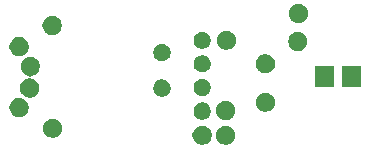
<source format=gbs>
G04 #@! TF.GenerationSoftware,KiCad,Pcbnew,(5.1.4)-1*
G04 #@! TF.CreationDate,2020-12-28T11:58:51+03:00*
G04 #@! TF.ProjectId,main_block,6d61696e-5f62-46c6-9f63-6b2e6b696361,rev?*
G04 #@! TF.SameCoordinates,Original*
G04 #@! TF.FileFunction,Soldermask,Bot*
G04 #@! TF.FilePolarity,Negative*
%FSLAX46Y46*%
G04 Gerber Fmt 4.6, Leading zero omitted, Abs format (unit mm)*
G04 Created by KiCad (PCBNEW (5.1.4)-1) date 2020-12-28 11:58:51*
%MOMM*%
%LPD*%
G04 APERTURE LIST*
%ADD10C,0.100000*%
G04 APERTURE END LIST*
D10*
G36*
X57637142Y-30818242D02*
G01*
X57785101Y-30879529D01*
X57918255Y-30968499D01*
X58031501Y-31081745D01*
X58120471Y-31214899D01*
X58181758Y-31362858D01*
X58213000Y-31519925D01*
X58213000Y-31680075D01*
X58181758Y-31837142D01*
X58120471Y-31985101D01*
X58031501Y-32118255D01*
X57918255Y-32231501D01*
X57785101Y-32320471D01*
X57637142Y-32381758D01*
X57480075Y-32413000D01*
X57319925Y-32413000D01*
X57162858Y-32381758D01*
X57014899Y-32320471D01*
X56881745Y-32231501D01*
X56768499Y-32118255D01*
X56679529Y-31985101D01*
X56618242Y-31837142D01*
X56587000Y-31680075D01*
X56587000Y-31519925D01*
X56618242Y-31362858D01*
X56679529Y-31214899D01*
X56768499Y-31081745D01*
X56881745Y-30968499D01*
X57014899Y-30879529D01*
X57162858Y-30818242D01*
X57319925Y-30787000D01*
X57480075Y-30787000D01*
X57637142Y-30818242D01*
X57637142Y-30818242D01*
G37*
G36*
X55637142Y-30818242D02*
G01*
X55785101Y-30879529D01*
X55918255Y-30968499D01*
X56031501Y-31081745D01*
X56120471Y-31214899D01*
X56181758Y-31362858D01*
X56213000Y-31519925D01*
X56213000Y-31680075D01*
X56181758Y-31837142D01*
X56120471Y-31985101D01*
X56031501Y-32118255D01*
X55918255Y-32231501D01*
X55785101Y-32320471D01*
X55637142Y-32381758D01*
X55480075Y-32413000D01*
X55319925Y-32413000D01*
X55162858Y-32381758D01*
X55014899Y-32320471D01*
X54881745Y-32231501D01*
X54768499Y-32118255D01*
X54679529Y-31985101D01*
X54618242Y-31837142D01*
X54587000Y-31680075D01*
X54587000Y-31519925D01*
X54618242Y-31362858D01*
X54679529Y-31214899D01*
X54768499Y-31081745D01*
X54881745Y-30968499D01*
X55014899Y-30879529D01*
X55162858Y-30818242D01*
X55319925Y-30787000D01*
X55480075Y-30787000D01*
X55637142Y-30818242D01*
X55637142Y-30818242D01*
G37*
G36*
X42987142Y-30218242D02*
G01*
X43135101Y-30279529D01*
X43268255Y-30368499D01*
X43381501Y-30481745D01*
X43470471Y-30614899D01*
X43531758Y-30762858D01*
X43563000Y-30919925D01*
X43563000Y-31080075D01*
X43531758Y-31237142D01*
X43470471Y-31385101D01*
X43381501Y-31518255D01*
X43268255Y-31631501D01*
X43135101Y-31720471D01*
X42987142Y-31781758D01*
X42830075Y-31813000D01*
X42669925Y-31813000D01*
X42512858Y-31781758D01*
X42364899Y-31720471D01*
X42231745Y-31631501D01*
X42118499Y-31518255D01*
X42029529Y-31385101D01*
X41968242Y-31237142D01*
X41937000Y-31080075D01*
X41937000Y-30919925D01*
X41968242Y-30762858D01*
X42029529Y-30614899D01*
X42118499Y-30481745D01*
X42231745Y-30368499D01*
X42364899Y-30279529D01*
X42512858Y-30218242D01*
X42669925Y-30187000D01*
X42830075Y-30187000D01*
X42987142Y-30218242D01*
X42987142Y-30218242D01*
G37*
G36*
X57637142Y-28718242D02*
G01*
X57785101Y-28779529D01*
X57918255Y-28868499D01*
X58031501Y-28981745D01*
X58120471Y-29114899D01*
X58181758Y-29262858D01*
X58213000Y-29419925D01*
X58213000Y-29580075D01*
X58181758Y-29737142D01*
X58120471Y-29885101D01*
X58031501Y-30018255D01*
X57918255Y-30131501D01*
X57785101Y-30220471D01*
X57637142Y-30281758D01*
X57480075Y-30313000D01*
X57319925Y-30313000D01*
X57162858Y-30281758D01*
X57014899Y-30220471D01*
X56881745Y-30131501D01*
X56768499Y-30018255D01*
X56679529Y-29885101D01*
X56618242Y-29737142D01*
X56587000Y-29580075D01*
X56587000Y-29419925D01*
X56618242Y-29262858D01*
X56679529Y-29114899D01*
X56768499Y-28981745D01*
X56881745Y-28868499D01*
X57014899Y-28779529D01*
X57162858Y-28718242D01*
X57319925Y-28687000D01*
X57480075Y-28687000D01*
X57637142Y-28718242D01*
X57637142Y-28718242D01*
G37*
G36*
X55611766Y-28851899D02*
G01*
X55743888Y-28906626D01*
X55743890Y-28906627D01*
X55862798Y-28986079D01*
X55963921Y-29087202D01*
X56029335Y-29185101D01*
X56043374Y-29206112D01*
X56098101Y-29338234D01*
X56126000Y-29478494D01*
X56126000Y-29621506D01*
X56098101Y-29761766D01*
X56043374Y-29893888D01*
X56043373Y-29893890D01*
X55963921Y-30012798D01*
X55862798Y-30113921D01*
X55743890Y-30193373D01*
X55743889Y-30193374D01*
X55743888Y-30193374D01*
X55611766Y-30248101D01*
X55471506Y-30276000D01*
X55328494Y-30276000D01*
X55188234Y-30248101D01*
X55056112Y-30193374D01*
X55056111Y-30193374D01*
X55056110Y-30193373D01*
X54937202Y-30113921D01*
X54836079Y-30012798D01*
X54756627Y-29893890D01*
X54756626Y-29893888D01*
X54701899Y-29761766D01*
X54674000Y-29621506D01*
X54674000Y-29478494D01*
X54701899Y-29338234D01*
X54756626Y-29206112D01*
X54770665Y-29185101D01*
X54836079Y-29087202D01*
X54937202Y-28986079D01*
X55056110Y-28906627D01*
X55056112Y-28906626D01*
X55188234Y-28851899D01*
X55328494Y-28824000D01*
X55471506Y-28824000D01*
X55611766Y-28851899D01*
X55611766Y-28851899D01*
G37*
G36*
X40137140Y-28468242D02*
G01*
X40137142Y-28468243D01*
X40137143Y-28468243D01*
X40277248Y-28526277D01*
X40289424Y-28529970D01*
X40305473Y-28543141D01*
X40418255Y-28618499D01*
X40531501Y-28731745D01*
X40620471Y-28864899D01*
X40681758Y-29012858D01*
X40713000Y-29169925D01*
X40713000Y-29330075D01*
X40681758Y-29487142D01*
X40620471Y-29635101D01*
X40531501Y-29768255D01*
X40418255Y-29881501D01*
X40285101Y-29970471D01*
X40137142Y-30031758D01*
X39980075Y-30063000D01*
X39819925Y-30063000D01*
X39662858Y-30031758D01*
X39514899Y-29970471D01*
X39381745Y-29881501D01*
X39268499Y-29768255D01*
X39179529Y-29635101D01*
X39118242Y-29487142D01*
X39087000Y-29330075D01*
X39087000Y-29169925D01*
X39118242Y-29012858D01*
X39179529Y-28864899D01*
X39268499Y-28731745D01*
X39381745Y-28618499D01*
X39514899Y-28529529D01*
X39662858Y-28468242D01*
X39819925Y-28437000D01*
X39980075Y-28437000D01*
X40137140Y-28468242D01*
X40137140Y-28468242D01*
G37*
G36*
X60987142Y-28018242D02*
G01*
X61135101Y-28079529D01*
X61268255Y-28168499D01*
X61381501Y-28281745D01*
X61470471Y-28414899D01*
X61531758Y-28562858D01*
X61563000Y-28719925D01*
X61563000Y-28880075D01*
X61531758Y-29037142D01*
X61470471Y-29185101D01*
X61381501Y-29318255D01*
X61268255Y-29431501D01*
X61135101Y-29520471D01*
X60987142Y-29581758D01*
X60830075Y-29613000D01*
X60669925Y-29613000D01*
X60512858Y-29581758D01*
X60364899Y-29520471D01*
X60231745Y-29431501D01*
X60118499Y-29318255D01*
X60029529Y-29185101D01*
X59968242Y-29037142D01*
X59937000Y-28880075D01*
X59937000Y-28719925D01*
X59968242Y-28562858D01*
X60029529Y-28414899D01*
X60118499Y-28281745D01*
X60231745Y-28168499D01*
X60364899Y-28079529D01*
X60512858Y-28018242D01*
X60669925Y-27987000D01*
X60830075Y-27987000D01*
X60987142Y-28018242D01*
X60987142Y-28018242D01*
G37*
G36*
X41087142Y-24968242D02*
G01*
X41235101Y-25029529D01*
X41368255Y-25118499D01*
X41481501Y-25231745D01*
X41570471Y-25364899D01*
X41631758Y-25512858D01*
X41663000Y-25669925D01*
X41663000Y-25830075D01*
X41631758Y-25987142D01*
X41570471Y-26135101D01*
X41481501Y-26268255D01*
X41368255Y-26381501D01*
X41235101Y-26470471D01*
X41087142Y-26531758D01*
X40958351Y-26557376D01*
X40934902Y-26564489D01*
X40913291Y-26576040D01*
X40894349Y-26591585D01*
X40878804Y-26610527D01*
X40867253Y-26632138D01*
X40860140Y-26655587D01*
X40857738Y-26679973D01*
X40860140Y-26704359D01*
X40867253Y-26727808D01*
X40878804Y-26749419D01*
X40894349Y-26768361D01*
X40913291Y-26783906D01*
X40934902Y-26795457D01*
X40958352Y-26802570D01*
X41037142Y-26818242D01*
X41185101Y-26879529D01*
X41318255Y-26968499D01*
X41431501Y-27081745D01*
X41520471Y-27214899D01*
X41581758Y-27362858D01*
X41613000Y-27519925D01*
X41613000Y-27680075D01*
X41581758Y-27837142D01*
X41520471Y-27985101D01*
X41431501Y-28118255D01*
X41318255Y-28231501D01*
X41185101Y-28320471D01*
X41037142Y-28381758D01*
X40880075Y-28413000D01*
X40719925Y-28413000D01*
X40562860Y-28381758D01*
X40562858Y-28381757D01*
X40562857Y-28381757D01*
X40422752Y-28323723D01*
X40410576Y-28320030D01*
X40394527Y-28306859D01*
X40281745Y-28231501D01*
X40168499Y-28118255D01*
X40079529Y-27985101D01*
X40018242Y-27837142D01*
X39987000Y-27680075D01*
X39987000Y-27519925D01*
X40018242Y-27362858D01*
X40079529Y-27214899D01*
X40168499Y-27081745D01*
X40281745Y-26968499D01*
X40414899Y-26879529D01*
X40562858Y-26818242D01*
X40691649Y-26792624D01*
X40715098Y-26785511D01*
X40736709Y-26773960D01*
X40755651Y-26758415D01*
X40771196Y-26739473D01*
X40782747Y-26717862D01*
X40789860Y-26694413D01*
X40792262Y-26670027D01*
X40789860Y-26645641D01*
X40782747Y-26622192D01*
X40771196Y-26600581D01*
X40755651Y-26581639D01*
X40736709Y-26566094D01*
X40715098Y-26554543D01*
X40691648Y-26547430D01*
X40612858Y-26531758D01*
X40464899Y-26470471D01*
X40331745Y-26381501D01*
X40218499Y-26268255D01*
X40129529Y-26135101D01*
X40068242Y-25987142D01*
X40037000Y-25830075D01*
X40037000Y-25669925D01*
X40068242Y-25512858D01*
X40129529Y-25364899D01*
X40218499Y-25231745D01*
X40331745Y-25118499D01*
X40464899Y-25029529D01*
X40612858Y-24968242D01*
X40769925Y-24937000D01*
X40930075Y-24937000D01*
X41087142Y-24968242D01*
X41087142Y-24968242D01*
G37*
G36*
X52211766Y-26901899D02*
G01*
X52343888Y-26956626D01*
X52343890Y-26956627D01*
X52462798Y-27036079D01*
X52563921Y-27137202D01*
X52615837Y-27214900D01*
X52643374Y-27256112D01*
X52698101Y-27388234D01*
X52726000Y-27528494D01*
X52726000Y-27671506D01*
X52698101Y-27811766D01*
X52643374Y-27943888D01*
X52643373Y-27943890D01*
X52563921Y-28062798D01*
X52462798Y-28163921D01*
X52343890Y-28243373D01*
X52343889Y-28243374D01*
X52343888Y-28243374D01*
X52211766Y-28298101D01*
X52071506Y-28326000D01*
X51928494Y-28326000D01*
X51788234Y-28298101D01*
X51656112Y-28243374D01*
X51656111Y-28243374D01*
X51656110Y-28243373D01*
X51537202Y-28163921D01*
X51436079Y-28062798D01*
X51356627Y-27943890D01*
X51356626Y-27943888D01*
X51301899Y-27811766D01*
X51274000Y-27671506D01*
X51274000Y-27528494D01*
X51301899Y-27388234D01*
X51356626Y-27256112D01*
X51384163Y-27214900D01*
X51436079Y-27137202D01*
X51537202Y-27036079D01*
X51656110Y-26956627D01*
X51656112Y-26956626D01*
X51788234Y-26901899D01*
X51928494Y-26874000D01*
X52071506Y-26874000D01*
X52211766Y-26901899D01*
X52211766Y-26901899D01*
G37*
G36*
X55611766Y-26851899D02*
G01*
X55732478Y-26901900D01*
X55743890Y-26906627D01*
X55862798Y-26986079D01*
X55963921Y-27087202D01*
X55963922Y-27087204D01*
X56043374Y-27206112D01*
X56098101Y-27338234D01*
X56126000Y-27478494D01*
X56126000Y-27621506D01*
X56098101Y-27761766D01*
X56043374Y-27893888D01*
X56043373Y-27893890D01*
X55963921Y-28012798D01*
X55862798Y-28113921D01*
X55743890Y-28193373D01*
X55743889Y-28193374D01*
X55743888Y-28193374D01*
X55611766Y-28248101D01*
X55471506Y-28276000D01*
X55328494Y-28276000D01*
X55188234Y-28248101D01*
X55056112Y-28193374D01*
X55056111Y-28193374D01*
X55056110Y-28193373D01*
X54937202Y-28113921D01*
X54836079Y-28012798D01*
X54756627Y-27893890D01*
X54756626Y-27893888D01*
X54701899Y-27761766D01*
X54674000Y-27621506D01*
X54674000Y-27478494D01*
X54701899Y-27338234D01*
X54756626Y-27206112D01*
X54836078Y-27087204D01*
X54836079Y-27087202D01*
X54937202Y-26986079D01*
X55056110Y-26906627D01*
X55067522Y-26901900D01*
X55188234Y-26851899D01*
X55328494Y-26824000D01*
X55471506Y-26824000D01*
X55611766Y-26851899D01*
X55611766Y-26851899D01*
G37*
G36*
X68861000Y-27491000D02*
G01*
X67239000Y-27491000D01*
X67239000Y-25729000D01*
X68861000Y-25729000D01*
X68861000Y-27491000D01*
X68861000Y-27491000D01*
G37*
G36*
X66571000Y-27491000D02*
G01*
X64949000Y-27491000D01*
X64949000Y-25729000D01*
X66571000Y-25729000D01*
X66571000Y-27491000D01*
X66571000Y-27491000D01*
G37*
G36*
X60987142Y-24768242D02*
G01*
X61135101Y-24829529D01*
X61268255Y-24918499D01*
X61381501Y-25031745D01*
X61470471Y-25164899D01*
X61531758Y-25312858D01*
X61563000Y-25469925D01*
X61563000Y-25630075D01*
X61531758Y-25787142D01*
X61470471Y-25935101D01*
X61381501Y-26068255D01*
X61268255Y-26181501D01*
X61135101Y-26270471D01*
X60987142Y-26331758D01*
X60830075Y-26363000D01*
X60669925Y-26363000D01*
X60512858Y-26331758D01*
X60364899Y-26270471D01*
X60231745Y-26181501D01*
X60118499Y-26068255D01*
X60029529Y-25935101D01*
X59968242Y-25787142D01*
X59937000Y-25630075D01*
X59937000Y-25469925D01*
X59968242Y-25312858D01*
X60029529Y-25164899D01*
X60118499Y-25031745D01*
X60231745Y-24918499D01*
X60364899Y-24829529D01*
X60512858Y-24768242D01*
X60669925Y-24737000D01*
X60830075Y-24737000D01*
X60987142Y-24768242D01*
X60987142Y-24768242D01*
G37*
G36*
X55611766Y-24851899D02*
G01*
X55743888Y-24906626D01*
X55743890Y-24906627D01*
X55862798Y-24986079D01*
X55963921Y-25087202D01*
X56015837Y-25164900D01*
X56043374Y-25206112D01*
X56098101Y-25338234D01*
X56126000Y-25478494D01*
X56126000Y-25621506D01*
X56098101Y-25761766D01*
X56069806Y-25830075D01*
X56043373Y-25893890D01*
X55963921Y-26012798D01*
X55862798Y-26113921D01*
X55743890Y-26193373D01*
X55743889Y-26193374D01*
X55743888Y-26193374D01*
X55611766Y-26248101D01*
X55471506Y-26276000D01*
X55328494Y-26276000D01*
X55188234Y-26248101D01*
X55056112Y-26193374D01*
X55056111Y-26193374D01*
X55056110Y-26193373D01*
X54937202Y-26113921D01*
X54836079Y-26012798D01*
X54756627Y-25893890D01*
X54730194Y-25830075D01*
X54701899Y-25761766D01*
X54674000Y-25621506D01*
X54674000Y-25478494D01*
X54701899Y-25338234D01*
X54756626Y-25206112D01*
X54784163Y-25164900D01*
X54836079Y-25087202D01*
X54937202Y-24986079D01*
X55056110Y-24906627D01*
X55056112Y-24906626D01*
X55188234Y-24851899D01*
X55328494Y-24824000D01*
X55471506Y-24824000D01*
X55611766Y-24851899D01*
X55611766Y-24851899D01*
G37*
G36*
X52211766Y-23901899D02*
G01*
X52343888Y-23956626D01*
X52343890Y-23956627D01*
X52462798Y-24036079D01*
X52563921Y-24137202D01*
X52643373Y-24256110D01*
X52643374Y-24256112D01*
X52698101Y-24388234D01*
X52726000Y-24528494D01*
X52726000Y-24671506D01*
X52698101Y-24811766D01*
X52646227Y-24937000D01*
X52643373Y-24943890D01*
X52563921Y-25062798D01*
X52462798Y-25163921D01*
X52343890Y-25243373D01*
X52343889Y-25243374D01*
X52343888Y-25243374D01*
X52211766Y-25298101D01*
X52071506Y-25326000D01*
X51928494Y-25326000D01*
X51788234Y-25298101D01*
X51656112Y-25243374D01*
X51656111Y-25243374D01*
X51656110Y-25243373D01*
X51537202Y-25163921D01*
X51436079Y-25062798D01*
X51356627Y-24943890D01*
X51353773Y-24937000D01*
X51301899Y-24811766D01*
X51274000Y-24671506D01*
X51274000Y-24528494D01*
X51301899Y-24388234D01*
X51356626Y-24256112D01*
X51356627Y-24256110D01*
X51436079Y-24137202D01*
X51537202Y-24036079D01*
X51656110Y-23956627D01*
X51656112Y-23956626D01*
X51788234Y-23901899D01*
X51928494Y-23874000D01*
X52071506Y-23874000D01*
X52211766Y-23901899D01*
X52211766Y-23901899D01*
G37*
G36*
X40137142Y-23318242D02*
G01*
X40285101Y-23379529D01*
X40418255Y-23468499D01*
X40531501Y-23581745D01*
X40620471Y-23714899D01*
X40681758Y-23862858D01*
X40713000Y-24019925D01*
X40713000Y-24180075D01*
X40681758Y-24337142D01*
X40620471Y-24485101D01*
X40531501Y-24618255D01*
X40418255Y-24731501D01*
X40285101Y-24820471D01*
X40137142Y-24881758D01*
X39980075Y-24913000D01*
X39819925Y-24913000D01*
X39662858Y-24881758D01*
X39514899Y-24820471D01*
X39381745Y-24731501D01*
X39268499Y-24618255D01*
X39179529Y-24485101D01*
X39118242Y-24337142D01*
X39087000Y-24180075D01*
X39087000Y-24019925D01*
X39118242Y-23862858D01*
X39179529Y-23714899D01*
X39268499Y-23581745D01*
X39381745Y-23468499D01*
X39514899Y-23379529D01*
X39662858Y-23318242D01*
X39819925Y-23287000D01*
X39980075Y-23287000D01*
X40137142Y-23318242D01*
X40137142Y-23318242D01*
G37*
G36*
X63737142Y-22868242D02*
G01*
X63885101Y-22929529D01*
X64018255Y-23018499D01*
X64131501Y-23131745D01*
X64220471Y-23264899D01*
X64281758Y-23412858D01*
X64313000Y-23569925D01*
X64313000Y-23730075D01*
X64281758Y-23887142D01*
X64220471Y-24035101D01*
X64131501Y-24168255D01*
X64018255Y-24281501D01*
X63885101Y-24370471D01*
X63737142Y-24431758D01*
X63580075Y-24463000D01*
X63419925Y-24463000D01*
X63262858Y-24431758D01*
X63114899Y-24370471D01*
X62981745Y-24281501D01*
X62868499Y-24168255D01*
X62779529Y-24035101D01*
X62718242Y-23887142D01*
X62687000Y-23730075D01*
X62687000Y-23569925D01*
X62718242Y-23412858D01*
X62779529Y-23264899D01*
X62868499Y-23131745D01*
X62981745Y-23018499D01*
X63114899Y-22929529D01*
X63262858Y-22868242D01*
X63419925Y-22837000D01*
X63580075Y-22837000D01*
X63737142Y-22868242D01*
X63737142Y-22868242D01*
G37*
G36*
X57687142Y-22768242D02*
G01*
X57835101Y-22829529D01*
X57968255Y-22918499D01*
X58081501Y-23031745D01*
X58170471Y-23164899D01*
X58231758Y-23312858D01*
X58263000Y-23469925D01*
X58263000Y-23630075D01*
X58231758Y-23787142D01*
X58170471Y-23935101D01*
X58081501Y-24068255D01*
X57968255Y-24181501D01*
X57835101Y-24270471D01*
X57687142Y-24331758D01*
X57530075Y-24363000D01*
X57369925Y-24363000D01*
X57212858Y-24331758D01*
X57064899Y-24270471D01*
X56931745Y-24181501D01*
X56818499Y-24068255D01*
X56729529Y-23935101D01*
X56668242Y-23787142D01*
X56637000Y-23630075D01*
X56637000Y-23469925D01*
X56668242Y-23312858D01*
X56729529Y-23164899D01*
X56818499Y-23031745D01*
X56931745Y-22918499D01*
X57064899Y-22829529D01*
X57212858Y-22768242D01*
X57369925Y-22737000D01*
X57530075Y-22737000D01*
X57687142Y-22768242D01*
X57687142Y-22768242D01*
G37*
G36*
X55611766Y-22851899D02*
G01*
X55743888Y-22906626D01*
X55743890Y-22906627D01*
X55862798Y-22986079D01*
X55963921Y-23087202D01*
X56015837Y-23164900D01*
X56043374Y-23206112D01*
X56098101Y-23338234D01*
X56126000Y-23478494D01*
X56126000Y-23621506D01*
X56098101Y-23761766D01*
X56056227Y-23862858D01*
X56043373Y-23893890D01*
X55963921Y-24012798D01*
X55862798Y-24113921D01*
X55743890Y-24193373D01*
X55743889Y-24193374D01*
X55743888Y-24193374D01*
X55611766Y-24248101D01*
X55471506Y-24276000D01*
X55328494Y-24276000D01*
X55188234Y-24248101D01*
X55056112Y-24193374D01*
X55056111Y-24193374D01*
X55056110Y-24193373D01*
X54937202Y-24113921D01*
X54836079Y-24012798D01*
X54756627Y-23893890D01*
X54743773Y-23862858D01*
X54701899Y-23761766D01*
X54674000Y-23621506D01*
X54674000Y-23478494D01*
X54701899Y-23338234D01*
X54756626Y-23206112D01*
X54784163Y-23164900D01*
X54836079Y-23087202D01*
X54937202Y-22986079D01*
X55056110Y-22906627D01*
X55056112Y-22906626D01*
X55188234Y-22851899D01*
X55328494Y-22824000D01*
X55471506Y-22824000D01*
X55611766Y-22851899D01*
X55611766Y-22851899D01*
G37*
G36*
X42937142Y-21518242D02*
G01*
X43085101Y-21579529D01*
X43218255Y-21668499D01*
X43331501Y-21781745D01*
X43420471Y-21914899D01*
X43481758Y-22062858D01*
X43513000Y-22219925D01*
X43513000Y-22380075D01*
X43481758Y-22537142D01*
X43420471Y-22685101D01*
X43331501Y-22818255D01*
X43218255Y-22931501D01*
X43085101Y-23020471D01*
X42937142Y-23081758D01*
X42780075Y-23113000D01*
X42619925Y-23113000D01*
X42462858Y-23081758D01*
X42314899Y-23020471D01*
X42181745Y-22931501D01*
X42068499Y-22818255D01*
X41979529Y-22685101D01*
X41918242Y-22537142D01*
X41887000Y-22380075D01*
X41887000Y-22219925D01*
X41918242Y-22062858D01*
X41979529Y-21914899D01*
X42068499Y-21781745D01*
X42181745Y-21668499D01*
X42314899Y-21579529D01*
X42462858Y-21518242D01*
X42619925Y-21487000D01*
X42780075Y-21487000D01*
X42937142Y-21518242D01*
X42937142Y-21518242D01*
G37*
G36*
X63787142Y-20518242D02*
G01*
X63935101Y-20579529D01*
X64068255Y-20668499D01*
X64181501Y-20781745D01*
X64270471Y-20914899D01*
X64331758Y-21062858D01*
X64363000Y-21219925D01*
X64363000Y-21380075D01*
X64331758Y-21537142D01*
X64270471Y-21685101D01*
X64181501Y-21818255D01*
X64068255Y-21931501D01*
X63935101Y-22020471D01*
X63787142Y-22081758D01*
X63630075Y-22113000D01*
X63469925Y-22113000D01*
X63312858Y-22081758D01*
X63164899Y-22020471D01*
X63031745Y-21931501D01*
X62918499Y-21818255D01*
X62829529Y-21685101D01*
X62768242Y-21537142D01*
X62737000Y-21380075D01*
X62737000Y-21219925D01*
X62768242Y-21062858D01*
X62829529Y-20914899D01*
X62918499Y-20781745D01*
X63031745Y-20668499D01*
X63164899Y-20579529D01*
X63312858Y-20518242D01*
X63469925Y-20487000D01*
X63630075Y-20487000D01*
X63787142Y-20518242D01*
X63787142Y-20518242D01*
G37*
M02*

</source>
